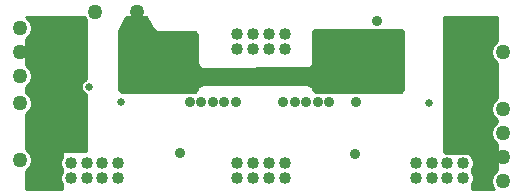
<source format=gbr>
G04 #@! TF.GenerationSoftware,KiCad,Pcbnew,(5.0.0)*
G04 #@! TF.CreationDate,2019-04-05T14:46:39-07:00*
G04 #@! TF.ProjectId,Buffer,4275666665722E6B696361645F706362,rev?*
G04 #@! TF.SameCoordinates,Original*
G04 #@! TF.FileFunction,Copper,L2,Inr,Signal*
G04 #@! TF.FilePolarity,Positive*
%FSLAX46Y46*%
G04 Gerber Fmt 4.6, Leading zero omitted, Abs format (unit mm)*
G04 Created by KiCad (PCBNEW (5.0.0)) date 04/05/19 14:46:39*
%MOMM*%
%LPD*%
G01*
G04 APERTURE LIST*
G04 #@! TA.AperFunction,ViaPad*
%ADD10C,1.270000*%
G04 #@! TD*
G04 #@! TA.AperFunction,ViaPad*
%ADD11C,1.016000*%
G04 #@! TD*
G04 #@! TA.AperFunction,ViaPad*
%ADD12C,0.889000*%
G04 #@! TD*
G04 #@! TA.AperFunction,ViaPad*
%ADD13C,0.635000*%
G04 #@! TD*
G04 #@! TA.AperFunction,Conductor*
%ADD14C,0.254000*%
G04 #@! TD*
G04 APERTURE END LIST*
D10*
G04 #@! TO.N,/GNDB1*
G04 #@! TO.C,TP1*
X9906000Y15494000D03*
G04 #@! TD*
D11*
G04 #@! TO.N,/GNDB1*
G04 #@! TO.C,TP2*
X19748500Y12334900D03*
G04 #@! TD*
G04 #@! TO.N,/GNDB1*
G04 #@! TO.C,TP2*
X21082000Y12334900D03*
G04 #@! TD*
G04 #@! TO.N,/GNDB1*
G04 #@! TO.C,TP2*
X18415000Y12334900D03*
G04 #@! TD*
G04 #@! TO.N,/GNDB1*
G04 #@! TO.C,TP2*
X18415000Y13604900D03*
G04 #@! TD*
G04 #@! TO.N,/GNDB1*
G04 #@! TO.C,TP2*
X22415500Y12334900D03*
G04 #@! TD*
G04 #@! TO.N,/GNDB1*
G04 #@! TO.C,TP2*
X21082000Y13604900D03*
G04 #@! TD*
G04 #@! TO.N,/GNDB1*
G04 #@! TO.C,TP2*
X22415500Y13604900D03*
G04 #@! TD*
G04 #@! TO.N,/GNDB1*
G04 #@! TO.C,TP2*
X19748500Y13604900D03*
G04 #@! TD*
G04 #@! TO.N,/Vc2Pos*
G04 #@! TO.C,TP2*
X21082000Y1397000D03*
G04 #@! TD*
G04 #@! TO.N,/Vc2Pos*
G04 #@! TO.C,TP2*
X22415500Y1397000D03*
G04 #@! TD*
G04 #@! TO.N,/LfNeg*
G04 #@! TO.C,TP2*
X8318500Y1397000D03*
G04 #@! TD*
G04 #@! TO.N,/CfNeg*
G04 #@! TO.C,TP2*
X37528500Y1397000D03*
G04 #@! TD*
G04 #@! TO.N,/CfNeg*
G04 #@! TO.C,TP2*
X36195000Y1397000D03*
G04 #@! TD*
G04 #@! TO.N,/CfNeg*
G04 #@! TO.C,TP2*
X33528000Y2667000D03*
G04 #@! TD*
G04 #@! TO.N,/CfNeg*
G04 #@! TO.C,TP2*
X33528000Y1397000D03*
G04 #@! TD*
G04 #@! TO.N,/CfNeg*
G04 #@! TO.C,TP2*
X36195000Y2667000D03*
G04 #@! TD*
G04 #@! TO.N,/CfNeg*
G04 #@! TO.C,TP2*
X34861500Y2667000D03*
G04 #@! TD*
G04 #@! TO.N,/CfNeg*
G04 #@! TO.C,TP2*
X34861500Y1397000D03*
G04 #@! TD*
G04 #@! TO.N,/CfNeg*
G04 #@! TO.C,TP2*
X37528500Y2667000D03*
G04 #@! TD*
D10*
G04 #@! TO.N,/PWMLow2*
G04 #@! TO.C,TP11*
X40894000Y12065000D03*
G04 #@! TD*
D11*
G04 #@! TO.N,/Vc2Pos*
G04 #@! TO.C,TP2*
X19748500Y1397000D03*
G04 #@! TD*
G04 #@! TO.N,/Vc2Pos*
G04 #@! TO.C,TP2*
X18415000Y1397000D03*
G04 #@! TD*
G04 #@! TO.N,/Vc2Pos*
G04 #@! TO.C,TP2*
X22415500Y2667000D03*
G04 #@! TD*
G04 #@! TO.N,/Vc2Pos*
G04 #@! TO.C,TP2*
X21082000Y2667000D03*
G04 #@! TD*
G04 #@! TO.N,/Vc2Pos*
G04 #@! TO.C,TP2*
X19748500Y2667000D03*
G04 #@! TD*
G04 #@! TO.N,/Vc2Pos*
G04 #@! TO.C,TP2*
X18415000Y2667000D03*
G04 #@! TD*
G04 #@! TO.N,/LfNeg*
G04 #@! TO.C,TP2*
X6985000Y2667000D03*
G04 #@! TD*
G04 #@! TO.N,/LfNeg*
G04 #@! TO.C,TP2*
X5638800Y2667000D03*
G04 #@! TD*
G04 #@! TO.N,/LfNeg*
G04 #@! TO.C,TP2*
X8318500Y2667000D03*
G04 #@! TD*
G04 #@! TO.N,/LfNeg*
G04 #@! TO.C,TP2*
X6985000Y1397000D03*
G04 #@! TD*
G04 #@! TO.N,/LfNeg*
G04 #@! TO.C,TP2*
X5651500Y1397000D03*
G04 #@! TD*
G04 #@! TO.N,/LfNeg*
G04 #@! TO.C,TP2*
X4318000Y2667000D03*
G04 #@! TD*
G04 #@! TO.N,/LfNeg*
G04 #@! TO.C,TP2*
X4318000Y1397000D03*
G04 #@! TD*
D10*
G04 #@! TO.N,/GNDI*
G04 #@! TO.C,TP16*
X0Y12065000D03*
G04 #@! TD*
G04 #@! TO.N,/5.5V_Iso*
G04 #@! TO.C,TP15*
X6350000Y15494000D03*
G04 #@! TD*
G04 #@! TO.N,/5V*
G04 #@! TO.C,TP17*
X0Y14097000D03*
G04 #@! TD*
G04 #@! TO.N,/GNDI*
G04 #@! TO.C,TP5*
X40894000Y3175000D03*
G04 #@! TD*
G04 #@! TO.N,/PWMHigh2*
G04 #@! TO.C,TP10*
X40894000Y7239000D03*
G04 #@! TD*
G04 #@! TO.N,/Disable2*
G04 #@! TO.C,TP9*
X40894000Y5207000D03*
G04 #@! TD*
G04 #@! TO.N,/Disable1*
G04 #@! TO.C,TP6*
X0Y7731000D03*
G04 #@! TD*
G04 #@! TO.N,/5V*
G04 #@! TO.C,TP4*
X40894000Y1143000D03*
G04 #@! TD*
G04 #@! TO.N,/PWMLow1*
G04 #@! TO.C,TP3*
X0Y10033000D03*
G04 #@! TD*
G04 #@! TO.N,/PWMHigh1*
G04 #@! TO.C,TP2*
X0Y2921000D03*
G04 #@! TD*
D12*
G04 #@! TO.N,/GNDI*
X3683000Y5651500D03*
X1270000Y12065000D03*
X39624000Y4013200D03*
X38036500Y12255500D03*
D13*
G04 #@! TO.N,/GNDB1*
X32258000Y9080500D03*
D12*
X9906000Y13081000D03*
X12674600Y9194800D03*
X26949400Y12166600D03*
D13*
G04 #@! TO.N,/Disable1*
X5867400Y9144000D03*
G04 #@! TO.N,/Disable2*
X34671000Y7747000D03*
D12*
G04 #@! TO.N,/CfNeg*
X23266400Y7874000D03*
X26162000Y7874000D03*
X25196800Y7874000D03*
X24231600Y7874000D03*
X22301200Y7874000D03*
X28384500Y3429000D03*
X28448000Y7823200D03*
G04 #@! TO.N,/5.5V_Iso*
X30226000Y14732000D03*
G04 #@! TO.N,/LfNeg*
X16319500Y7823200D03*
X14389100Y7823200D03*
X18249900Y7823200D03*
X17284700Y7823200D03*
X15354300Y7823200D03*
D13*
X8534400Y7848600D03*
D12*
X13563600Y3556000D03*
G04 #@! TD*
D14*
G04 #@! TO.N,/GNDI*
G36*
X5488676Y14918482D02*
X5588000Y14819158D01*
X5588000Y9784319D01*
X5471732Y9736159D01*
X5275241Y9539668D01*
X5168900Y9282940D01*
X5168900Y9005060D01*
X5275241Y8748332D01*
X5471732Y8551841D01*
X5588000Y8503681D01*
X5588000Y3683000D01*
X3683000Y3683000D01*
X3634399Y3673333D01*
X3593197Y3645803D01*
X3565667Y3604601D01*
X3556000Y3556000D01*
X3556000Y3150439D01*
X3429000Y2843833D01*
X3429000Y2490167D01*
X3556000Y2183561D01*
X3556000Y1880439D01*
X3429000Y1573833D01*
X3429000Y1220167D01*
X3556000Y913561D01*
X3556000Y481000D01*
X481000Y481000D01*
X481000Y2020526D01*
X575518Y2059676D01*
X861324Y2345482D01*
X1016000Y2718905D01*
X1016000Y3123095D01*
X861324Y3496518D01*
X575518Y3782324D01*
X481000Y3821474D01*
X481000Y6830526D01*
X575518Y6869676D01*
X861324Y7155482D01*
X1016000Y7528905D01*
X1016000Y7933095D01*
X861324Y8306518D01*
X575518Y8592324D01*
X481000Y8631474D01*
X481000Y9132526D01*
X575518Y9171676D01*
X861324Y9457482D01*
X1016000Y9830905D01*
X1016000Y10235095D01*
X861324Y10608518D01*
X575518Y10894324D01*
X481000Y10933474D01*
X481000Y13196526D01*
X575518Y13235676D01*
X861324Y13521482D01*
X1016000Y13894905D01*
X1016000Y14299095D01*
X861324Y14672518D01*
X575518Y14958324D01*
X481000Y14997474D01*
X481000Y15013000D01*
X5449526Y15013000D01*
X5488676Y14918482D01*
X5488676Y14918482D01*
G37*
X5488676Y14918482D02*
X5588000Y14819158D01*
X5588000Y9784319D01*
X5471732Y9736159D01*
X5275241Y9539668D01*
X5168900Y9282940D01*
X5168900Y9005060D01*
X5275241Y8748332D01*
X5471732Y8551841D01*
X5588000Y8503681D01*
X5588000Y3683000D01*
X3683000Y3683000D01*
X3634399Y3673333D01*
X3593197Y3645803D01*
X3565667Y3604601D01*
X3556000Y3556000D01*
X3556000Y3150439D01*
X3429000Y2843833D01*
X3429000Y2490167D01*
X3556000Y2183561D01*
X3556000Y1880439D01*
X3429000Y1573833D01*
X3429000Y1220167D01*
X3556000Y913561D01*
X3556000Y481000D01*
X481000Y481000D01*
X481000Y2020526D01*
X575518Y2059676D01*
X861324Y2345482D01*
X1016000Y2718905D01*
X1016000Y3123095D01*
X861324Y3496518D01*
X575518Y3782324D01*
X481000Y3821474D01*
X481000Y6830526D01*
X575518Y6869676D01*
X861324Y7155482D01*
X1016000Y7528905D01*
X1016000Y7933095D01*
X861324Y8306518D01*
X575518Y8592324D01*
X481000Y8631474D01*
X481000Y9132526D01*
X575518Y9171676D01*
X861324Y9457482D01*
X1016000Y9830905D01*
X1016000Y10235095D01*
X861324Y10608518D01*
X575518Y10894324D01*
X481000Y10933474D01*
X481000Y13196526D01*
X575518Y13235676D01*
X861324Y13521482D01*
X1016000Y13894905D01*
X1016000Y14299095D01*
X861324Y14672518D01*
X575518Y14958324D01*
X481000Y14997474D01*
X481000Y15013000D01*
X5449526Y15013000D01*
X5488676Y14918482D01*
G36*
X40413001Y12965475D02*
X40318482Y12926324D01*
X40032676Y12640518D01*
X39878000Y12267095D01*
X39878000Y11862905D01*
X40032676Y11489482D01*
X40318482Y11203676D01*
X40413001Y11164525D01*
X40413001Y8139475D01*
X40318482Y8100324D01*
X40032676Y7814518D01*
X39878000Y7441095D01*
X39878000Y7036905D01*
X40032676Y6663482D01*
X40318482Y6377676D01*
X40413000Y6338525D01*
X40413000Y6107475D01*
X40318482Y6068324D01*
X40032676Y5782518D01*
X39878000Y5409095D01*
X39878000Y5004905D01*
X40032676Y4631482D01*
X40318482Y4345676D01*
X40413000Y4306525D01*
X40413000Y2043474D01*
X40318482Y2004324D01*
X40032676Y1718518D01*
X39878000Y1345095D01*
X39878000Y940905D01*
X40032676Y567482D01*
X40119158Y481000D01*
X38290500Y481000D01*
X38290500Y913561D01*
X38417500Y1220167D01*
X38417500Y1573833D01*
X38290500Y1880439D01*
X38290500Y2183561D01*
X38417500Y2490167D01*
X38417500Y2843833D01*
X38282158Y3170578D01*
X38227586Y3225150D01*
X38187839Y3321107D01*
X38160308Y3362309D01*
X38119107Y3389839D01*
X37894601Y3482833D01*
X37870309Y3487665D01*
X37705333Y3556000D01*
X37351667Y3556000D01*
X37198364Y3492500D01*
X36525136Y3492500D01*
X36371833Y3556000D01*
X36018167Y3556000D01*
X36009666Y3552479D01*
X36002812Y3555307D01*
X35939203Y3707173D01*
X35879699Y15013000D01*
X40413001Y15013000D01*
X40413001Y12965475D01*
X40413001Y12965475D01*
G37*
X40413001Y12965475D02*
X40318482Y12926324D01*
X40032676Y12640518D01*
X39878000Y12267095D01*
X39878000Y11862905D01*
X40032676Y11489482D01*
X40318482Y11203676D01*
X40413001Y11164525D01*
X40413001Y8139475D01*
X40318482Y8100324D01*
X40032676Y7814518D01*
X39878000Y7441095D01*
X39878000Y7036905D01*
X40032676Y6663482D01*
X40318482Y6377676D01*
X40413000Y6338525D01*
X40413000Y6107475D01*
X40318482Y6068324D01*
X40032676Y5782518D01*
X39878000Y5409095D01*
X39878000Y5004905D01*
X40032676Y4631482D01*
X40318482Y4345676D01*
X40413000Y4306525D01*
X40413000Y2043474D01*
X40318482Y2004324D01*
X40032676Y1718518D01*
X39878000Y1345095D01*
X39878000Y940905D01*
X40032676Y567482D01*
X40119158Y481000D01*
X38290500Y481000D01*
X38290500Y913561D01*
X38417500Y1220167D01*
X38417500Y1573833D01*
X38290500Y1880439D01*
X38290500Y2183561D01*
X38417500Y2490167D01*
X38417500Y2843833D01*
X38282158Y3170578D01*
X38227586Y3225150D01*
X38187839Y3321107D01*
X38160308Y3362309D01*
X38119107Y3389839D01*
X37894601Y3482833D01*
X37870309Y3487665D01*
X37705333Y3556000D01*
X37351667Y3556000D01*
X37198364Y3492500D01*
X36525136Y3492500D01*
X36371833Y3556000D01*
X36018167Y3556000D01*
X36009666Y3552479D01*
X36002812Y3555307D01*
X35939203Y3707173D01*
X35879699Y15013000D01*
X40413001Y15013000D01*
X40413001Y12965475D01*
G04 #@! TO.N,/GNDB1*
G36*
X11280567Y13988912D02*
X11326338Y13942382D01*
X11597857Y13781924D01*
X11660694Y13764271D01*
X14778542Y13720665D01*
X14928080Y13657608D01*
X14991516Y13508233D01*
X15031628Y11081419D01*
X15041956Y11033311D01*
X15137372Y10811613D01*
X15165465Y10770793D01*
X15206381Y10744096D01*
X15430111Y10653546D01*
X15478433Y10644272D01*
X24397838Y10691716D01*
X24446344Y10701624D01*
X24670192Y10795647D01*
X24711256Y10823381D01*
X24738548Y10864634D01*
X24830509Y11089337D01*
X24839970Y11137932D01*
X24829832Y13753436D01*
X24892720Y13906518D01*
X25045559Y13970000D01*
X29908494Y13970000D01*
X30061798Y13906500D01*
X30390202Y13906500D01*
X30543506Y13970000D01*
X32232737Y13970000D01*
X32385304Y13906804D01*
X32448500Y13754237D01*
X32448500Y8915263D01*
X32385304Y8762696D01*
X32232737Y8699500D01*
X25037512Y8699500D01*
X24886385Y8761198D01*
X24811830Y8933677D01*
X24811722Y8934168D01*
X24716493Y9154475D01*
X24688336Y9195251D01*
X24647920Y9221664D01*
X24425715Y9312379D01*
X24377713Y9321800D01*
X15405166Y9321800D01*
X15355955Y9311878D01*
X15142639Y9222215D01*
X15101581Y9194471D01*
X15073772Y9151899D01*
X14923027Y8771256D01*
X14782528Y8712200D01*
X8597763Y8712200D01*
X8445196Y8775396D01*
X8382000Y8927963D01*
X8382000Y13750610D01*
X8410239Y13866785D01*
X9002450Y15013000D01*
X10697895Y15013000D01*
X11280567Y13988912D01*
X11280567Y13988912D01*
G37*
X11280567Y13988912D02*
X11326338Y13942382D01*
X11597857Y13781924D01*
X11660694Y13764271D01*
X14778542Y13720665D01*
X14928080Y13657608D01*
X14991516Y13508233D01*
X15031628Y11081419D01*
X15041956Y11033311D01*
X15137372Y10811613D01*
X15165465Y10770793D01*
X15206381Y10744096D01*
X15430111Y10653546D01*
X15478433Y10644272D01*
X24397838Y10691716D01*
X24446344Y10701624D01*
X24670192Y10795647D01*
X24711256Y10823381D01*
X24738548Y10864634D01*
X24830509Y11089337D01*
X24839970Y11137932D01*
X24829832Y13753436D01*
X24892720Y13906518D01*
X25045559Y13970000D01*
X29908494Y13970000D01*
X30061798Y13906500D01*
X30390202Y13906500D01*
X30543506Y13970000D01*
X32232737Y13970000D01*
X32385304Y13906804D01*
X32448500Y13754237D01*
X32448500Y8915263D01*
X32385304Y8762696D01*
X32232737Y8699500D01*
X25037512Y8699500D01*
X24886385Y8761198D01*
X24811830Y8933677D01*
X24811722Y8934168D01*
X24716493Y9154475D01*
X24688336Y9195251D01*
X24647920Y9221664D01*
X24425715Y9312379D01*
X24377713Y9321800D01*
X15405166Y9321800D01*
X15355955Y9311878D01*
X15142639Y9222215D01*
X15101581Y9194471D01*
X15073772Y9151899D01*
X14923027Y8771256D01*
X14782528Y8712200D01*
X8597763Y8712200D01*
X8445196Y8775396D01*
X8382000Y8927963D01*
X8382000Y13750610D01*
X8410239Y13866785D01*
X9002450Y15013000D01*
X10697895Y15013000D01*
X11280567Y13988912D01*
G04 #@! TD*
M02*

</source>
